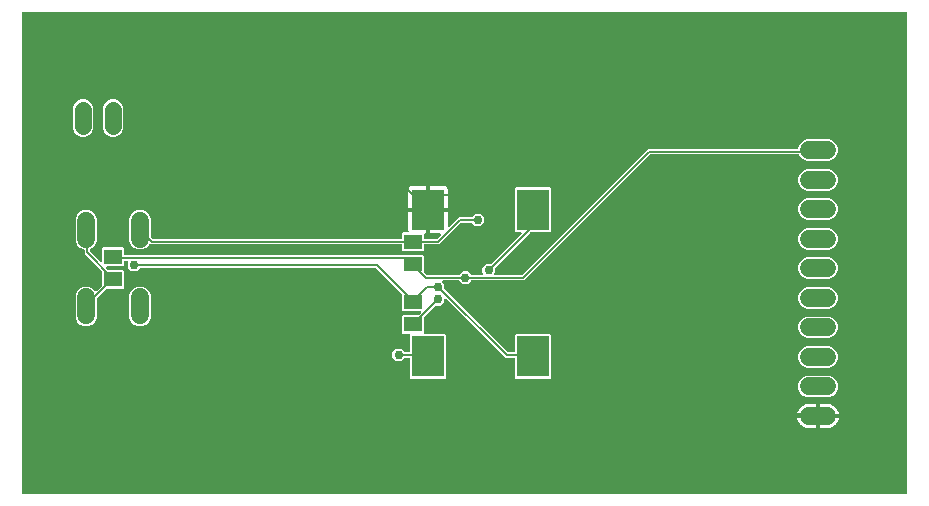
<source format=gbr>
G04 EAGLE Gerber RS-274X export*
G75*
%MOMM*%
%FSLAX34Y34*%
%LPD*%
%INBottom Copper*%
%IPPOS*%
%AMOC8*
5,1,8,0,0,1.08239X$1,22.5*%
G01*
%ADD10R,2.800000X3.500000*%
%ADD11R,1.500000X1.300000*%
%ADD12C,1.422400*%
%ADD13C,1.524000*%
%ADD14C,0.152400*%
%ADD15C,0.756400*%

G36*
X874798Y240542D02*
X874798Y240542D01*
X874817Y240540D01*
X874919Y240562D01*
X875021Y240579D01*
X875038Y240588D01*
X875058Y240592D01*
X875147Y240645D01*
X875238Y240694D01*
X875252Y240708D01*
X875269Y240718D01*
X875336Y240797D01*
X875408Y240872D01*
X875416Y240890D01*
X875429Y240905D01*
X875468Y241001D01*
X875511Y241095D01*
X875513Y241115D01*
X875521Y241133D01*
X875539Y241300D01*
X875539Y647700D01*
X875536Y647720D01*
X875538Y647739D01*
X875516Y647841D01*
X875500Y647943D01*
X875490Y647960D01*
X875486Y647980D01*
X875433Y648069D01*
X875384Y648160D01*
X875370Y648174D01*
X875360Y648191D01*
X875281Y648258D01*
X875206Y648330D01*
X875188Y648338D01*
X875173Y648351D01*
X875077Y648390D01*
X874983Y648433D01*
X874963Y648435D01*
X874945Y648443D01*
X874778Y648461D01*
X127000Y648461D01*
X126980Y648458D01*
X126961Y648460D01*
X126859Y648438D01*
X126757Y648422D01*
X126740Y648412D01*
X126720Y648408D01*
X126631Y648355D01*
X126540Y648306D01*
X126526Y648292D01*
X126509Y648282D01*
X126442Y648203D01*
X126371Y648128D01*
X126362Y648110D01*
X126349Y648095D01*
X126310Y647999D01*
X126267Y647905D01*
X126265Y647885D01*
X126257Y647867D01*
X126239Y647700D01*
X126239Y241300D01*
X126242Y241280D01*
X126240Y241261D01*
X126262Y241159D01*
X126279Y241057D01*
X126288Y241040D01*
X126292Y241020D01*
X126345Y240931D01*
X126394Y240840D01*
X126408Y240826D01*
X126418Y240809D01*
X126497Y240742D01*
X126572Y240671D01*
X126590Y240662D01*
X126605Y240649D01*
X126701Y240610D01*
X126795Y240567D01*
X126815Y240565D01*
X126833Y240557D01*
X127000Y240539D01*
X874778Y240539D01*
X874798Y240542D01*
G37*
%LPC*%
G36*
X455268Y338075D02*
X455268Y338075D01*
X454375Y338968D01*
X454375Y355092D01*
X454372Y355112D01*
X454374Y355131D01*
X454352Y355233D01*
X454336Y355335D01*
X454326Y355352D01*
X454322Y355372D01*
X454269Y355461D01*
X454220Y355552D01*
X454206Y355566D01*
X454196Y355583D01*
X454117Y355650D01*
X454042Y355722D01*
X454024Y355730D01*
X454009Y355743D01*
X453913Y355782D01*
X453819Y355825D01*
X453799Y355827D01*
X453781Y355835D01*
X453614Y355853D01*
X450541Y355853D01*
X450451Y355839D01*
X450360Y355831D01*
X450331Y355819D01*
X450299Y355814D01*
X450218Y355771D01*
X450134Y355735D01*
X450102Y355709D01*
X450081Y355698D01*
X450059Y355675D01*
X450003Y355630D01*
X447206Y352833D01*
X442810Y352833D01*
X439701Y355942D01*
X439701Y360338D01*
X442810Y363447D01*
X447206Y363447D01*
X450003Y360650D01*
X450077Y360597D01*
X450147Y360537D01*
X450177Y360525D01*
X450203Y360506D01*
X450290Y360479D01*
X450375Y360445D01*
X450416Y360441D01*
X450438Y360434D01*
X450470Y360435D01*
X450541Y360427D01*
X453614Y360427D01*
X453634Y360430D01*
X453653Y360428D01*
X453755Y360450D01*
X453857Y360466D01*
X453874Y360476D01*
X453894Y360480D01*
X453983Y360533D01*
X454074Y360582D01*
X454088Y360596D01*
X454105Y360606D01*
X454172Y360685D01*
X454244Y360760D01*
X454252Y360778D01*
X454265Y360793D01*
X454304Y360889D01*
X454347Y360983D01*
X454349Y361003D01*
X454357Y361021D01*
X454375Y361188D01*
X454375Y375414D01*
X454372Y375434D01*
X454374Y375453D01*
X454352Y375555D01*
X454336Y375657D01*
X454326Y375674D01*
X454322Y375694D01*
X454269Y375783D01*
X454220Y375874D01*
X454206Y375888D01*
X454196Y375905D01*
X454117Y375972D01*
X454042Y376044D01*
X454024Y376052D01*
X454009Y376065D01*
X453913Y376104D01*
X453819Y376147D01*
X453799Y376149D01*
X453781Y376157D01*
X453614Y376175D01*
X449068Y376175D01*
X448175Y377068D01*
X448175Y391332D01*
X449068Y392225D01*
X461827Y392225D01*
X461918Y392239D01*
X462008Y392247D01*
X462038Y392259D01*
X462070Y392264D01*
X462151Y392307D01*
X462235Y392343D01*
X462267Y392369D01*
X462288Y392380D01*
X462310Y392403D01*
X462366Y392448D01*
X463794Y393876D01*
X463836Y393934D01*
X463885Y393986D01*
X463907Y394033D01*
X463937Y394075D01*
X463958Y394144D01*
X463989Y394209D01*
X463994Y394261D01*
X464010Y394311D01*
X464008Y394382D01*
X464016Y394453D01*
X464005Y394504D01*
X464003Y394556D01*
X463979Y394624D01*
X463964Y394694D01*
X463937Y394739D01*
X463919Y394787D01*
X463874Y394843D01*
X463837Y394905D01*
X463798Y394939D01*
X463765Y394979D01*
X463705Y395018D01*
X463650Y395065D01*
X463602Y395084D01*
X463558Y395112D01*
X463489Y395130D01*
X463422Y395157D01*
X463351Y395165D01*
X463320Y395173D01*
X463296Y395171D01*
X463256Y395175D01*
X449068Y395175D01*
X448175Y396068D01*
X448175Y409335D01*
X448161Y409426D01*
X448153Y409516D01*
X448141Y409546D01*
X448136Y409578D01*
X448093Y409659D01*
X448057Y409743D01*
X448031Y409775D01*
X448020Y409796D01*
X447997Y409818D01*
X447952Y409874D01*
X425996Y431830D01*
X425922Y431883D01*
X425852Y431943D01*
X425822Y431955D01*
X425796Y431974D01*
X425709Y432001D01*
X425624Y432035D01*
X425583Y432039D01*
X425561Y432046D01*
X425529Y432045D01*
X425457Y432053D01*
X226513Y432053D01*
X226423Y432039D01*
X226332Y432031D01*
X226303Y432019D01*
X226271Y432014D01*
X226190Y431971D01*
X226106Y431935D01*
X226074Y431909D01*
X226053Y431898D01*
X226031Y431875D01*
X225975Y431830D01*
X223178Y429033D01*
X218782Y429033D01*
X215673Y432142D01*
X215673Y436538D01*
X215985Y436850D01*
X216027Y436908D01*
X216076Y436960D01*
X216098Y437007D01*
X216128Y437049D01*
X216150Y437118D01*
X216180Y437183D01*
X216185Y437235D01*
X216201Y437285D01*
X216199Y437356D01*
X216207Y437427D01*
X216196Y437478D01*
X216194Y437530D01*
X216170Y437598D01*
X216155Y437668D01*
X216128Y437713D01*
X216110Y437761D01*
X216065Y437817D01*
X216028Y437879D01*
X215989Y437913D01*
X215956Y437953D01*
X215896Y437992D01*
X215841Y438039D01*
X215793Y438058D01*
X215749Y438086D01*
X215680Y438104D01*
X215613Y438131D01*
X215542Y438139D01*
X215511Y438147D01*
X215488Y438145D01*
X215447Y438149D01*
X212986Y438149D01*
X212966Y438146D01*
X212947Y438148D01*
X212845Y438126D01*
X212743Y438110D01*
X212726Y438100D01*
X212706Y438096D01*
X212617Y438043D01*
X212526Y437994D01*
X212512Y437980D01*
X212495Y437970D01*
X212428Y437891D01*
X212356Y437816D01*
X212348Y437798D01*
X212335Y437783D01*
X212296Y437687D01*
X212253Y437593D01*
X212251Y437573D01*
X212243Y437555D01*
X212225Y437388D01*
X212225Y434168D01*
X211332Y433275D01*
X198160Y433275D01*
X198090Y433264D01*
X198018Y433262D01*
X197969Y433244D01*
X197918Y433236D01*
X197854Y433202D01*
X197787Y433177D01*
X197746Y433145D01*
X197700Y433120D01*
X197651Y433068D01*
X197595Y433024D01*
X197567Y432980D01*
X197531Y432942D01*
X197501Y432877D01*
X197462Y432817D01*
X197449Y432766D01*
X197427Y432719D01*
X197419Y432648D01*
X197402Y432578D01*
X197406Y432526D01*
X197400Y432475D01*
X197415Y432404D01*
X197421Y432333D01*
X197441Y432285D01*
X197452Y432234D01*
X197489Y432173D01*
X197517Y432107D01*
X197562Y432051D01*
X197579Y432023D01*
X197596Y432008D01*
X197622Y431976D01*
X199050Y430548D01*
X199124Y430495D01*
X199194Y430435D01*
X199224Y430423D01*
X199250Y430404D01*
X199337Y430377D01*
X199422Y430343D01*
X199463Y430339D01*
X199485Y430332D01*
X199517Y430333D01*
X199589Y430325D01*
X211332Y430325D01*
X212225Y429432D01*
X212225Y415168D01*
X211332Y414275D01*
X198369Y414275D01*
X198278Y414261D01*
X198188Y414253D01*
X198158Y414241D01*
X198126Y414236D01*
X198045Y414193D01*
X197961Y414157D01*
X197929Y414131D01*
X197908Y414120D01*
X197886Y414097D01*
X197830Y414052D01*
X189962Y406184D01*
X189909Y406110D01*
X189849Y406040D01*
X189837Y406010D01*
X189818Y405984D01*
X189791Y405897D01*
X189757Y405812D01*
X189753Y405771D01*
X189746Y405749D01*
X189747Y405717D01*
X189739Y405645D01*
X189739Y389849D01*
X188347Y386488D01*
X185774Y383915D01*
X182413Y382523D01*
X178775Y382523D01*
X175414Y383915D01*
X172841Y386488D01*
X171449Y389849D01*
X171449Y408727D01*
X172841Y412088D01*
X175414Y414661D01*
X178775Y416053D01*
X182413Y416053D01*
X185774Y414661D01*
X188334Y412101D01*
X188350Y412089D01*
X188363Y412073D01*
X188450Y412017D01*
X188534Y411957D01*
X188553Y411951D01*
X188570Y411940D01*
X188670Y411915D01*
X188769Y411885D01*
X188789Y411885D01*
X188808Y411880D01*
X188911Y411888D01*
X189015Y411891D01*
X189034Y411898D01*
X189053Y411899D01*
X189148Y411940D01*
X189246Y411975D01*
X189261Y411988D01*
X189280Y411996D01*
X189411Y412101D01*
X193952Y416642D01*
X193999Y416707D01*
X194012Y416721D01*
X194015Y416727D01*
X194065Y416786D01*
X194077Y416816D01*
X194096Y416842D01*
X194123Y416929D01*
X194157Y417014D01*
X194161Y417055D01*
X194168Y417077D01*
X194167Y417109D01*
X194175Y417181D01*
X194175Y428639D01*
X194161Y428730D01*
X194153Y428820D01*
X194141Y428850D01*
X194136Y428882D01*
X194093Y428963D01*
X194057Y429047D01*
X194031Y429079D01*
X194020Y429100D01*
X193997Y429122D01*
X193952Y429178D01*
X179069Y444061D01*
X179069Y446917D01*
X179050Y447032D01*
X179033Y447148D01*
X179031Y447153D01*
X179030Y447159D01*
X178975Y447262D01*
X178922Y447367D01*
X178917Y447371D01*
X178914Y447377D01*
X178830Y447457D01*
X178746Y447539D01*
X178740Y447543D01*
X178736Y447546D01*
X178719Y447554D01*
X178599Y447620D01*
X175414Y448939D01*
X172841Y451512D01*
X171449Y454873D01*
X171449Y473751D01*
X172841Y477112D01*
X175414Y479685D01*
X178775Y481077D01*
X182413Y481077D01*
X185774Y479685D01*
X188347Y477112D01*
X189739Y473751D01*
X189739Y454873D01*
X188347Y451512D01*
X185774Y448939D01*
X184113Y448251D01*
X184013Y448190D01*
X183913Y448130D01*
X183909Y448125D01*
X183904Y448122D01*
X183829Y448032D01*
X183753Y447943D01*
X183751Y447937D01*
X183747Y447932D01*
X183705Y447824D01*
X183661Y447715D01*
X183660Y447707D01*
X183659Y447703D01*
X183658Y447684D01*
X183643Y447548D01*
X183643Y446271D01*
X183657Y446180D01*
X183665Y446090D01*
X183677Y446060D01*
X183682Y446028D01*
X183725Y445947D01*
X183761Y445863D01*
X183787Y445831D01*
X183798Y445810D01*
X183821Y445788D01*
X183866Y445732D01*
X192876Y436722D01*
X192934Y436680D01*
X192986Y436631D01*
X193033Y436609D01*
X193075Y436579D01*
X193144Y436558D01*
X193209Y436527D01*
X193261Y436522D01*
X193311Y436506D01*
X193382Y436508D01*
X193453Y436500D01*
X193504Y436511D01*
X193556Y436513D01*
X193624Y436537D01*
X193694Y436552D01*
X193739Y436579D01*
X193787Y436597D01*
X193843Y436642D01*
X193905Y436679D01*
X193939Y436718D01*
X193979Y436751D01*
X194018Y436811D01*
X194065Y436866D01*
X194084Y436914D01*
X194112Y436958D01*
X194130Y437027D01*
X194157Y437094D01*
X194165Y437165D01*
X194173Y437196D01*
X194171Y437220D01*
X194175Y437260D01*
X194175Y448432D01*
X195068Y449325D01*
X211332Y449325D01*
X212225Y448432D01*
X212225Y443484D01*
X212228Y443464D01*
X212226Y443445D01*
X212248Y443343D01*
X212264Y443241D01*
X212274Y443224D01*
X212278Y443204D01*
X212331Y443115D01*
X212380Y443024D01*
X212394Y443010D01*
X212404Y442993D01*
X212483Y442926D01*
X212558Y442854D01*
X212576Y442846D01*
X212591Y442833D01*
X212687Y442794D01*
X212781Y442751D01*
X212801Y442749D01*
X212819Y442741D01*
X212986Y442723D01*
X448451Y442723D01*
X448541Y442737D01*
X448632Y442745D01*
X448662Y442757D01*
X448694Y442762D01*
X448775Y442805D01*
X448858Y442841D01*
X448891Y442867D01*
X448911Y442878D01*
X448933Y442901D01*
X448989Y442946D01*
X449068Y443025D01*
X465332Y443025D01*
X466225Y442132D01*
X466225Y428864D01*
X466239Y428774D01*
X466247Y428683D01*
X466259Y428654D01*
X466264Y428622D01*
X466307Y428541D01*
X466343Y428457D01*
X466369Y428425D01*
X466380Y428404D01*
X466403Y428382D01*
X466448Y428326D01*
X468592Y426182D01*
X468666Y426129D01*
X468736Y426069D01*
X468766Y426057D01*
X468792Y426038D01*
X468879Y426011D01*
X468964Y425977D01*
X469005Y425973D01*
X469027Y425966D01*
X469059Y425967D01*
X469130Y425959D01*
X495863Y425959D01*
X495953Y425973D01*
X496044Y425981D01*
X496073Y425993D01*
X496105Y425998D01*
X496186Y426041D01*
X496270Y426077D01*
X496302Y426103D01*
X496323Y426114D01*
X496345Y426137D01*
X496401Y426182D01*
X499198Y428979D01*
X503594Y428979D01*
X506391Y426182D01*
X506465Y426129D01*
X506535Y426069D01*
X506565Y426057D01*
X506591Y426038D01*
X506678Y426011D01*
X506763Y425977D01*
X506804Y425973D01*
X506826Y425966D01*
X506858Y425967D01*
X506929Y425959D01*
X515675Y425959D01*
X515745Y425970D01*
X515817Y425972D01*
X515866Y425990D01*
X515917Y425998D01*
X515981Y426032D01*
X516048Y426057D01*
X516089Y426089D01*
X516135Y426114D01*
X516184Y426166D01*
X516240Y426210D01*
X516268Y426254D01*
X516304Y426292D01*
X516334Y426357D01*
X516373Y426417D01*
X516386Y426468D01*
X516408Y426515D01*
X516416Y426586D01*
X516433Y426656D01*
X516429Y426708D01*
X516435Y426759D01*
X516420Y426830D01*
X516414Y426901D01*
X516394Y426949D01*
X516383Y427000D01*
X516346Y427061D01*
X516318Y427127D01*
X516273Y427183D01*
X516256Y427211D01*
X516239Y427226D01*
X516213Y427258D01*
X515901Y427570D01*
X515901Y431966D01*
X519010Y435075D01*
X522965Y435075D01*
X523056Y435089D01*
X523146Y435097D01*
X523176Y435109D01*
X523208Y435114D01*
X523289Y435157D01*
X523373Y435193D01*
X523405Y435219D01*
X523426Y435230D01*
X523448Y435253D01*
X523504Y435298D01*
X548982Y460776D01*
X549024Y460834D01*
X549073Y460886D01*
X549095Y460933D01*
X549125Y460975D01*
X549146Y461044D01*
X549177Y461109D01*
X549182Y461161D01*
X549198Y461211D01*
X549196Y461282D01*
X549204Y461353D01*
X549193Y461404D01*
X549191Y461456D01*
X549167Y461524D01*
X549152Y461594D01*
X549125Y461639D01*
X549107Y461687D01*
X549062Y461743D01*
X549025Y461805D01*
X548986Y461839D01*
X548953Y461879D01*
X548893Y461918D01*
X548838Y461965D01*
X548790Y461984D01*
X548746Y462012D01*
X548677Y462030D01*
X548610Y462057D01*
X548539Y462065D01*
X548508Y462073D01*
X548484Y462071D01*
X548444Y462075D01*
X544168Y462075D01*
X543275Y462968D01*
X543275Y499232D01*
X544168Y500125D01*
X573432Y500125D01*
X574325Y499232D01*
X574325Y462968D01*
X573432Y462075D01*
X557065Y462075D01*
X556974Y462061D01*
X556884Y462053D01*
X556854Y462041D01*
X556822Y462036D01*
X556741Y461993D01*
X556657Y461957D01*
X556625Y461931D01*
X556604Y461920D01*
X556593Y461908D01*
X556592Y461908D01*
X556580Y461895D01*
X556526Y461852D01*
X526738Y432064D01*
X526685Y431990D01*
X526625Y431920D01*
X526613Y431890D01*
X526594Y431864D01*
X526567Y431777D01*
X526533Y431692D01*
X526529Y431651D01*
X526522Y431629D01*
X526523Y431597D01*
X526515Y431525D01*
X526515Y427570D01*
X526203Y427258D01*
X526161Y427200D01*
X526112Y427148D01*
X526090Y427101D01*
X526060Y427059D01*
X526038Y426990D01*
X526008Y426925D01*
X526003Y426873D01*
X525987Y426823D01*
X525989Y426752D01*
X525981Y426681D01*
X525992Y426630D01*
X525994Y426578D01*
X526018Y426510D01*
X526033Y426440D01*
X526060Y426395D01*
X526078Y426347D01*
X526123Y426291D01*
X526160Y426229D01*
X526199Y426195D01*
X526232Y426155D01*
X526292Y426116D01*
X526347Y426069D01*
X526395Y426050D01*
X526439Y426022D01*
X526508Y426004D01*
X526575Y425977D01*
X526646Y425969D01*
X526677Y425961D01*
X526700Y425963D01*
X526741Y425959D01*
X548901Y425959D01*
X548992Y425973D01*
X549082Y425981D01*
X549112Y425993D01*
X549144Y425998D01*
X549225Y426041D01*
X549309Y426077D01*
X549341Y426103D01*
X549362Y426114D01*
X549384Y426137D01*
X549440Y426182D01*
X655897Y532639D01*
X782574Y532639D01*
X782594Y532642D01*
X782613Y532640D01*
X782715Y532662D01*
X782817Y532678D01*
X782834Y532688D01*
X782854Y532692D01*
X782943Y532745D01*
X783034Y532794D01*
X783048Y532808D01*
X783065Y532818D01*
X783132Y532897D01*
X783204Y532972D01*
X783212Y532990D01*
X783225Y533005D01*
X783264Y533101D01*
X783307Y533195D01*
X783309Y533215D01*
X783317Y533233D01*
X783335Y533400D01*
X783335Y533419D01*
X784727Y536780D01*
X787300Y539353D01*
X790661Y540745D01*
X809539Y540745D01*
X812900Y539353D01*
X815473Y536780D01*
X816865Y533419D01*
X816865Y529781D01*
X815473Y526420D01*
X812900Y523847D01*
X809539Y522455D01*
X790661Y522455D01*
X787300Y523847D01*
X784727Y526420D01*
X784241Y527595D01*
X784179Y527695D01*
X784119Y527795D01*
X784114Y527799D01*
X784111Y527804D01*
X784021Y527879D01*
X783932Y527955D01*
X783926Y527957D01*
X783922Y527961D01*
X783813Y528003D01*
X783704Y528047D01*
X783696Y528048D01*
X783692Y528049D01*
X783674Y528050D01*
X783537Y528065D01*
X658107Y528065D01*
X658016Y528051D01*
X657926Y528043D01*
X657896Y528031D01*
X657864Y528026D01*
X657783Y527983D01*
X657699Y527947D01*
X657667Y527921D01*
X657646Y527910D01*
X657624Y527887D01*
X657568Y527842D01*
X551111Y421385D01*
X506929Y421385D01*
X506839Y421371D01*
X506748Y421363D01*
X506719Y421351D01*
X506687Y421346D01*
X506606Y421303D01*
X506522Y421267D01*
X506490Y421241D01*
X506469Y421230D01*
X506447Y421207D01*
X506391Y421162D01*
X503594Y418365D01*
X499198Y418365D01*
X496401Y421162D01*
X496327Y421215D01*
X496257Y421275D01*
X496227Y421287D01*
X496201Y421306D01*
X496114Y421333D01*
X496029Y421367D01*
X495988Y421371D01*
X495966Y421378D01*
X495934Y421377D01*
X495863Y421385D01*
X482545Y421385D01*
X482475Y421374D01*
X482403Y421372D01*
X482354Y421354D01*
X482303Y421346D01*
X482239Y421312D01*
X482172Y421287D01*
X482131Y421255D01*
X482085Y421230D01*
X482036Y421178D01*
X481980Y421134D01*
X481952Y421090D01*
X481916Y421052D01*
X481886Y420987D01*
X481847Y420927D01*
X481834Y420876D01*
X481812Y420829D01*
X481804Y420758D01*
X481787Y420688D01*
X481791Y420636D01*
X481785Y420585D01*
X481800Y420514D01*
X481806Y420443D01*
X481826Y420395D01*
X481837Y420344D01*
X481874Y420283D01*
X481902Y420217D01*
X481947Y420161D01*
X481964Y420133D01*
X481981Y420118D01*
X482007Y420086D01*
X483843Y418250D01*
X483843Y414295D01*
X483857Y414204D01*
X483865Y414114D01*
X483877Y414084D01*
X483882Y414052D01*
X483925Y413971D01*
X483961Y413887D01*
X483987Y413855D01*
X483998Y413834D01*
X484021Y413812D01*
X484066Y413756D01*
X537172Y360650D01*
X537246Y360597D01*
X537316Y360537D01*
X537346Y360525D01*
X537372Y360506D01*
X537459Y360479D01*
X537544Y360445D01*
X537585Y360441D01*
X537607Y360434D01*
X537639Y360435D01*
X537711Y360427D01*
X542514Y360427D01*
X542534Y360430D01*
X542553Y360428D01*
X542655Y360450D01*
X542757Y360466D01*
X542774Y360476D01*
X542794Y360480D01*
X542883Y360533D01*
X542974Y360582D01*
X542988Y360596D01*
X543005Y360606D01*
X543072Y360685D01*
X543144Y360760D01*
X543152Y360778D01*
X543165Y360793D01*
X543204Y360889D01*
X543247Y360983D01*
X543249Y361003D01*
X543257Y361021D01*
X543275Y361188D01*
X543275Y375232D01*
X544168Y376125D01*
X573432Y376125D01*
X574325Y375232D01*
X574325Y338968D01*
X573432Y338075D01*
X544168Y338075D01*
X543275Y338968D01*
X543275Y355092D01*
X543272Y355112D01*
X543274Y355131D01*
X543252Y355233D01*
X543236Y355335D01*
X543226Y355352D01*
X543222Y355372D01*
X543169Y355461D01*
X543120Y355552D01*
X543106Y355566D01*
X543096Y355583D01*
X543017Y355650D01*
X542942Y355722D01*
X542924Y355730D01*
X542909Y355743D01*
X542813Y355782D01*
X542719Y355825D01*
X542699Y355827D01*
X542681Y355835D01*
X542514Y355853D01*
X535501Y355853D01*
X485142Y406212D01*
X485084Y406254D01*
X485032Y406303D01*
X484985Y406325D01*
X484943Y406355D01*
X484874Y406376D01*
X484809Y406407D01*
X484757Y406412D01*
X484707Y406428D01*
X484636Y406426D01*
X484565Y406434D01*
X484514Y406423D01*
X484462Y406421D01*
X484394Y406397D01*
X484324Y406382D01*
X484279Y406355D01*
X484231Y406337D01*
X484175Y406292D01*
X484113Y406255D01*
X484079Y406216D01*
X484039Y406183D01*
X484000Y406123D01*
X483953Y406068D01*
X483934Y406020D01*
X483906Y405976D01*
X483888Y405907D01*
X483861Y405840D01*
X483853Y405769D01*
X483845Y405738D01*
X483847Y405714D01*
X483843Y405674D01*
X483843Y403186D01*
X480734Y400077D01*
X476779Y400077D01*
X476688Y400063D01*
X476598Y400055D01*
X476568Y400043D01*
X476536Y400038D01*
X476455Y399995D01*
X476371Y399959D01*
X476339Y399933D01*
X476318Y399922D01*
X476296Y399899D01*
X476240Y399854D01*
X466448Y390062D01*
X466395Y389988D01*
X466335Y389918D01*
X466323Y389888D01*
X466304Y389862D01*
X466277Y389775D01*
X466243Y389690D01*
X466239Y389649D01*
X466232Y389627D01*
X466233Y389595D01*
X466225Y389523D01*
X466225Y376886D01*
X466228Y376866D01*
X466226Y376847D01*
X466248Y376745D01*
X466264Y376643D01*
X466274Y376626D01*
X466278Y376606D01*
X466331Y376517D01*
X466380Y376426D01*
X466394Y376412D01*
X466404Y376395D01*
X466483Y376328D01*
X466558Y376256D01*
X466576Y376248D01*
X466591Y376235D01*
X466687Y376196D01*
X466781Y376153D01*
X466801Y376151D01*
X466819Y376143D01*
X466986Y376125D01*
X484532Y376125D01*
X485425Y375232D01*
X485425Y338968D01*
X484532Y338075D01*
X455268Y338075D01*
G37*
%LPD*%
%LPC*%
G36*
X449068Y445975D02*
X449068Y445975D01*
X448175Y446868D01*
X448175Y451104D01*
X448172Y451124D01*
X448174Y451143D01*
X448152Y451245D01*
X448136Y451347D01*
X448126Y451364D01*
X448122Y451384D01*
X448069Y451473D01*
X448020Y451564D01*
X448006Y451578D01*
X447996Y451595D01*
X447917Y451662D01*
X447842Y451734D01*
X447824Y451742D01*
X447809Y451755D01*
X447713Y451794D01*
X447619Y451837D01*
X447599Y451839D01*
X447581Y451847D01*
X447414Y451865D01*
X235273Y451865D01*
X234970Y452168D01*
X234932Y452195D01*
X234901Y452229D01*
X234833Y452266D01*
X234770Y452312D01*
X234726Y452325D01*
X234686Y452348D01*
X234609Y452361D01*
X234535Y452384D01*
X234489Y452383D01*
X234444Y452391D01*
X234367Y452380D01*
X234289Y452378D01*
X234246Y452362D01*
X234200Y452355D01*
X234131Y452320D01*
X234058Y452293D01*
X234022Y452265D01*
X233981Y452244D01*
X233927Y452188D01*
X233866Y452140D01*
X233841Y452101D01*
X233809Y452068D01*
X233743Y451948D01*
X233733Y451933D01*
X233732Y451928D01*
X233728Y451921D01*
X233559Y451512D01*
X230986Y448939D01*
X227625Y447547D01*
X223987Y447547D01*
X220626Y448939D01*
X218053Y451512D01*
X216661Y454873D01*
X216661Y473751D01*
X218053Y477112D01*
X220626Y479685D01*
X223987Y481077D01*
X227625Y481077D01*
X230986Y479685D01*
X233559Y477112D01*
X234951Y473751D01*
X234951Y458971D01*
X234965Y458880D01*
X234973Y458790D01*
X234985Y458760D01*
X234990Y458728D01*
X235033Y458647D01*
X235069Y458563D01*
X235095Y458531D01*
X235106Y458510D01*
X235129Y458488D01*
X235174Y458432D01*
X236944Y456662D01*
X237018Y456609D01*
X237088Y456549D01*
X237118Y456537D01*
X237144Y456518D01*
X237231Y456491D01*
X237316Y456457D01*
X237357Y456453D01*
X237379Y456446D01*
X237411Y456447D01*
X237483Y456439D01*
X447414Y456439D01*
X447434Y456442D01*
X447453Y456440D01*
X447555Y456462D01*
X447657Y456478D01*
X447674Y456488D01*
X447694Y456492D01*
X447783Y456545D01*
X447874Y456594D01*
X447888Y456608D01*
X447905Y456618D01*
X447972Y456697D01*
X448044Y456772D01*
X448052Y456790D01*
X448065Y456805D01*
X448104Y456901D01*
X448147Y456995D01*
X448149Y457015D01*
X448157Y457033D01*
X448175Y457200D01*
X448175Y461132D01*
X449068Y462025D01*
X452700Y462025D01*
X452816Y462044D01*
X452935Y462062D01*
X452938Y462064D01*
X452942Y462064D01*
X453047Y462120D01*
X453153Y462175D01*
X453156Y462178D01*
X453160Y462180D01*
X453241Y462265D01*
X453325Y462351D01*
X453326Y462355D01*
X453329Y462358D01*
X453379Y462465D01*
X453431Y462573D01*
X453431Y462577D01*
X453433Y462581D01*
X453446Y462699D01*
X453460Y462817D01*
X453460Y462822D01*
X453460Y462825D01*
X453457Y462839D01*
X453435Y462983D01*
X453359Y463266D01*
X453359Y479577D01*
X468377Y479577D01*
X468377Y461059D01*
X466986Y461059D01*
X466966Y461056D01*
X466947Y461058D01*
X466845Y461036D01*
X466743Y461020D01*
X466726Y461010D01*
X466706Y461006D01*
X466617Y460953D01*
X466526Y460904D01*
X466512Y460890D01*
X466495Y460880D01*
X466428Y460801D01*
X466356Y460726D01*
X466348Y460708D01*
X466335Y460693D01*
X466296Y460597D01*
X466253Y460503D01*
X466251Y460483D01*
X466243Y460465D01*
X466225Y460298D01*
X466225Y457200D01*
X466228Y457180D01*
X466226Y457161D01*
X466248Y457059D01*
X466264Y456957D01*
X466274Y456940D01*
X466278Y456920D01*
X466331Y456831D01*
X466380Y456740D01*
X466394Y456726D01*
X466404Y456709D01*
X466483Y456642D01*
X466558Y456570D01*
X466576Y456562D01*
X466591Y456549D01*
X466687Y456510D01*
X466781Y456467D01*
X466801Y456465D01*
X466819Y456457D01*
X466986Y456439D01*
X477273Y456439D01*
X477364Y456453D01*
X477454Y456461D01*
X477484Y456473D01*
X477516Y456478D01*
X477597Y456521D01*
X477681Y456557D01*
X477713Y456583D01*
X477734Y456594D01*
X477756Y456617D01*
X477812Y456662D01*
X480910Y459760D01*
X480952Y459818D01*
X481001Y459870D01*
X481023Y459917D01*
X481053Y459959D01*
X481074Y460028D01*
X481105Y460093D01*
X481110Y460145D01*
X481126Y460195D01*
X481124Y460266D01*
X481132Y460337D01*
X481121Y460388D01*
X481119Y460440D01*
X481095Y460508D01*
X481080Y460578D01*
X481053Y460623D01*
X481035Y460671D01*
X480990Y460727D01*
X480953Y460789D01*
X480914Y460823D01*
X480881Y460863D01*
X480821Y460902D01*
X480766Y460949D01*
X480718Y460968D01*
X480674Y460996D01*
X480605Y461014D01*
X480538Y461041D01*
X480467Y461049D01*
X480436Y461057D01*
X480412Y461055D01*
X480372Y461059D01*
X471423Y461059D01*
X471423Y479577D01*
X486441Y479577D01*
X486441Y467128D01*
X486452Y467058D01*
X486454Y466986D01*
X486472Y466937D01*
X486480Y466886D01*
X486514Y466822D01*
X486539Y466755D01*
X486571Y466714D01*
X486596Y466668D01*
X486648Y466619D01*
X486692Y466563D01*
X486736Y466535D01*
X486774Y466499D01*
X486839Y466469D01*
X486899Y466430D01*
X486950Y466417D01*
X486997Y466395D01*
X487068Y466387D01*
X487138Y466370D01*
X487190Y466374D01*
X487241Y466368D01*
X487312Y466383D01*
X487383Y466389D01*
X487431Y466409D01*
X487482Y466420D01*
X487543Y466457D01*
X487609Y466485D01*
X487665Y466530D01*
X487693Y466547D01*
X487708Y466564D01*
X487740Y466590D01*
X495877Y474727D01*
X506531Y474727D01*
X506621Y474741D01*
X506712Y474749D01*
X506741Y474761D01*
X506773Y474766D01*
X506854Y474809D01*
X506938Y474845D01*
X506970Y474871D01*
X506991Y474882D01*
X507013Y474905D01*
X507069Y474950D01*
X509866Y477747D01*
X514262Y477747D01*
X517371Y474638D01*
X517371Y470242D01*
X514262Y467133D01*
X509866Y467133D01*
X507069Y469930D01*
X506995Y469983D01*
X506925Y470043D01*
X506895Y470055D01*
X506869Y470074D01*
X506782Y470101D01*
X506697Y470135D01*
X506656Y470139D01*
X506634Y470146D01*
X506602Y470145D01*
X506531Y470153D01*
X498087Y470153D01*
X497996Y470139D01*
X497906Y470131D01*
X497876Y470119D01*
X497844Y470114D01*
X497763Y470071D01*
X497679Y470035D01*
X497647Y470009D01*
X497626Y469998D01*
X497604Y469975D01*
X497548Y469930D01*
X479483Y451865D01*
X466986Y451865D01*
X466966Y451862D01*
X466947Y451864D01*
X466845Y451842D01*
X466743Y451826D01*
X466726Y451816D01*
X466706Y451812D01*
X466617Y451759D01*
X466526Y451710D01*
X466512Y451696D01*
X466495Y451686D01*
X466428Y451607D01*
X466356Y451532D01*
X466348Y451514D01*
X466335Y451499D01*
X466296Y451403D01*
X466253Y451309D01*
X466251Y451289D01*
X466243Y451271D01*
X466225Y451104D01*
X466225Y446868D01*
X465332Y445975D01*
X449068Y445975D01*
G37*
%LPD*%
%LPC*%
G36*
X790661Y497455D02*
X790661Y497455D01*
X787300Y498847D01*
X784727Y501420D01*
X783335Y504781D01*
X783335Y508419D01*
X784727Y511780D01*
X787300Y514353D01*
X790661Y515745D01*
X809539Y515745D01*
X812900Y514353D01*
X815473Y511780D01*
X816865Y508419D01*
X816865Y504781D01*
X815473Y501420D01*
X812900Y498847D01*
X809539Y497455D01*
X790661Y497455D01*
G37*
%LPD*%
%LPC*%
G36*
X790661Y472455D02*
X790661Y472455D01*
X787300Y473847D01*
X784727Y476420D01*
X783335Y479781D01*
X783335Y483419D01*
X784727Y486780D01*
X787300Y489353D01*
X790661Y490745D01*
X809539Y490745D01*
X812900Y489353D01*
X815473Y486780D01*
X816865Y483419D01*
X816865Y479781D01*
X815473Y476420D01*
X812900Y473847D01*
X809539Y472455D01*
X790661Y472455D01*
G37*
%LPD*%
%LPC*%
G36*
X790661Y447455D02*
X790661Y447455D01*
X787300Y448847D01*
X784727Y451420D01*
X783335Y454781D01*
X783335Y458419D01*
X784727Y461780D01*
X787300Y464353D01*
X790661Y465745D01*
X809539Y465745D01*
X812900Y464353D01*
X815473Y461780D01*
X816865Y458419D01*
X816865Y454781D01*
X815473Y451420D01*
X812900Y448847D01*
X809539Y447455D01*
X790661Y447455D01*
G37*
%LPD*%
%LPC*%
G36*
X790661Y422455D02*
X790661Y422455D01*
X787300Y423847D01*
X784727Y426420D01*
X783335Y429781D01*
X783335Y433419D01*
X784727Y436780D01*
X787300Y439353D01*
X790661Y440745D01*
X809539Y440745D01*
X812900Y439353D01*
X815473Y436780D01*
X816865Y433419D01*
X816865Y429781D01*
X815473Y426420D01*
X812900Y423847D01*
X809539Y422455D01*
X790661Y422455D01*
G37*
%LPD*%
%LPC*%
G36*
X223987Y382523D02*
X223987Y382523D01*
X220626Y383915D01*
X218053Y386488D01*
X216661Y389849D01*
X216661Y408727D01*
X218053Y412088D01*
X220626Y414661D01*
X223987Y416053D01*
X227625Y416053D01*
X230986Y414661D01*
X233559Y412088D01*
X234951Y408727D01*
X234951Y389849D01*
X233559Y386488D01*
X230986Y383915D01*
X227625Y382523D01*
X223987Y382523D01*
G37*
%LPD*%
%LPC*%
G36*
X790661Y397455D02*
X790661Y397455D01*
X787300Y398847D01*
X784727Y401420D01*
X783335Y404781D01*
X783335Y408419D01*
X784727Y411780D01*
X787300Y414353D01*
X790661Y415745D01*
X809539Y415745D01*
X812900Y414353D01*
X815473Y411780D01*
X816865Y408419D01*
X816865Y404781D01*
X815473Y401420D01*
X812900Y398847D01*
X809539Y397455D01*
X790661Y397455D01*
G37*
%LPD*%
%LPC*%
G36*
X790661Y372455D02*
X790661Y372455D01*
X787300Y373847D01*
X784727Y376420D01*
X783335Y379781D01*
X783335Y383419D01*
X784727Y386780D01*
X787300Y389353D01*
X790661Y390745D01*
X809539Y390745D01*
X812900Y389353D01*
X815473Y386780D01*
X816865Y383419D01*
X816865Y379781D01*
X815473Y376420D01*
X812900Y373847D01*
X809539Y372455D01*
X790661Y372455D01*
G37*
%LPD*%
%LPC*%
G36*
X790661Y347455D02*
X790661Y347455D01*
X787300Y348847D01*
X784727Y351420D01*
X783335Y354781D01*
X783335Y358419D01*
X784727Y361780D01*
X787300Y364353D01*
X790661Y365745D01*
X809539Y365745D01*
X812900Y364353D01*
X815473Y361780D01*
X816865Y358419D01*
X816865Y354781D01*
X815473Y351420D01*
X812900Y348847D01*
X809539Y347455D01*
X790661Y347455D01*
G37*
%LPD*%
%LPC*%
G36*
X790661Y322455D02*
X790661Y322455D01*
X787300Y323847D01*
X784727Y326420D01*
X783335Y329781D01*
X783335Y333419D01*
X784727Y336780D01*
X787300Y339353D01*
X790661Y340745D01*
X809539Y340745D01*
X812900Y339353D01*
X815473Y336780D01*
X816865Y333419D01*
X816865Y329781D01*
X815473Y326420D01*
X812900Y323847D01*
X809539Y322455D01*
X790661Y322455D01*
G37*
%LPD*%
%LPC*%
G36*
X201482Y543051D02*
X201482Y543051D01*
X198308Y544366D01*
X195878Y546796D01*
X194563Y549970D01*
X194563Y567630D01*
X195878Y570804D01*
X198308Y573234D01*
X201482Y574549D01*
X204918Y574549D01*
X208092Y573234D01*
X210522Y570804D01*
X211837Y567630D01*
X211837Y549970D01*
X210522Y546796D01*
X208092Y544366D01*
X204918Y543051D01*
X201482Y543051D01*
G37*
%LPD*%
%LPC*%
G36*
X176082Y543051D02*
X176082Y543051D01*
X172908Y544366D01*
X170478Y546796D01*
X169163Y549970D01*
X169163Y567630D01*
X170478Y570804D01*
X172908Y573234D01*
X176082Y574549D01*
X179518Y574549D01*
X182692Y573234D01*
X185122Y570804D01*
X186437Y567630D01*
X186437Y549970D01*
X185122Y546796D01*
X182692Y544366D01*
X179518Y543051D01*
X176082Y543051D01*
G37*
%LPD*%
%LPC*%
G36*
X471423Y482623D02*
X471423Y482623D01*
X471423Y501141D01*
X484234Y501141D01*
X484881Y500968D01*
X485460Y500633D01*
X485933Y500160D01*
X486268Y499581D01*
X486441Y498934D01*
X486441Y482623D01*
X471423Y482623D01*
G37*
%LPD*%
%LPC*%
G36*
X453359Y482623D02*
X453359Y482623D01*
X453359Y498934D01*
X453532Y499581D01*
X453867Y500160D01*
X454340Y500633D01*
X454919Y500968D01*
X455566Y501141D01*
X468377Y501141D01*
X468377Y482623D01*
X453359Y482623D01*
G37*
%LPD*%
%LPC*%
G36*
X801623Y308123D02*
X801623Y308123D01*
X801623Y316761D01*
X808520Y316761D01*
X810099Y316511D01*
X811620Y316016D01*
X813045Y315290D01*
X814339Y314350D01*
X815470Y313219D01*
X816410Y311925D01*
X817136Y310500D01*
X817631Y308979D01*
X817766Y308123D01*
X801623Y308123D01*
G37*
%LPD*%
%LPC*%
G36*
X782434Y308123D02*
X782434Y308123D01*
X782569Y308979D01*
X783064Y310500D01*
X783790Y311925D01*
X784730Y313219D01*
X785861Y314350D01*
X787155Y315290D01*
X788580Y316016D01*
X790101Y316511D01*
X791680Y316761D01*
X798577Y316761D01*
X798577Y308123D01*
X782434Y308123D01*
G37*
%LPD*%
%LPC*%
G36*
X801623Y296439D02*
X801623Y296439D01*
X801623Y305077D01*
X817766Y305077D01*
X817631Y304221D01*
X817136Y302700D01*
X816410Y301275D01*
X815470Y299981D01*
X814339Y298850D01*
X813045Y297910D01*
X811620Y297184D01*
X810099Y296689D01*
X808520Y296439D01*
X801623Y296439D01*
G37*
%LPD*%
%LPC*%
G36*
X791680Y296439D02*
X791680Y296439D01*
X790101Y296689D01*
X788580Y297184D01*
X787155Y297910D01*
X785861Y298850D01*
X784730Y299981D01*
X783790Y301275D01*
X783064Y302700D01*
X782569Y304221D01*
X782434Y305077D01*
X798577Y305077D01*
X798577Y296439D01*
X791680Y296439D01*
G37*
%LPD*%
%LPC*%
G36*
X800099Y306599D02*
X800099Y306599D01*
X800099Y306601D01*
X800101Y306601D01*
X800101Y306599D01*
X800099Y306599D01*
G37*
%LPD*%
%LPC*%
G36*
X469899Y481099D02*
X469899Y481099D01*
X469899Y481101D01*
X469901Y481101D01*
X469901Y481099D01*
X469899Y481099D01*
G37*
%LPD*%
D10*
X469900Y481100D03*
X469900Y357100D03*
X558800Y481100D03*
X558800Y357100D03*
D11*
X457200Y384200D03*
X457200Y403200D03*
X457200Y435000D03*
X457200Y454000D03*
D12*
X203200Y551688D02*
X203200Y565912D01*
X177800Y565912D02*
X177800Y551688D01*
D13*
X792480Y481600D02*
X807720Y481600D01*
X807720Y456600D02*
X792480Y456600D01*
X792480Y356600D02*
X807720Y356600D01*
X807720Y431600D02*
X792480Y431600D01*
X792480Y406600D02*
X807720Y406600D01*
X807720Y381600D02*
X792480Y381600D01*
X792480Y331600D02*
X807720Y331600D01*
X807720Y306600D02*
X792480Y306600D01*
X792480Y506600D02*
X807720Y506600D01*
X807720Y531600D02*
X792480Y531600D01*
D11*
X203200Y422300D03*
X203200Y441300D03*
D13*
X180594Y406908D02*
X180594Y391668D01*
X225806Y391668D02*
X225806Y406908D01*
X180594Y456692D02*
X180594Y471932D01*
X225806Y471932D02*
X225806Y456692D01*
D14*
X364236Y507492D02*
X443484Y507492D01*
X469392Y481584D01*
X469900Y481100D01*
X483108Y493776D02*
X501396Y493776D01*
X483108Y493776D02*
X470916Y481584D01*
X469900Y481100D01*
X711708Y307848D02*
X800100Y307848D01*
X711708Y307848D02*
X577596Y441960D01*
X800100Y307848D02*
X800100Y306600D01*
D15*
X364236Y507492D03*
X501396Y493776D03*
X577596Y441960D03*
D14*
X457200Y454152D02*
X236220Y454152D01*
X227076Y463296D01*
X225806Y464312D01*
X496824Y472440D02*
X512064Y472440D01*
X496824Y472440D02*
X478536Y454152D01*
X457200Y454152D01*
X457200Y454000D01*
X445008Y358140D02*
X469392Y358140D01*
X469900Y357100D01*
D15*
X512064Y472440D03*
X445008Y358140D03*
D14*
X457200Y384048D02*
X478536Y405384D01*
X457200Y384200D02*
X457200Y384048D01*
X521208Y429768D02*
X558800Y467360D01*
X558800Y481100D01*
D15*
X478536Y405384D03*
X521208Y429768D03*
D14*
X478536Y416052D02*
X469392Y416052D01*
X457200Y403860D01*
X426720Y434340D02*
X220980Y434340D01*
X426720Y434340D02*
X457200Y403860D01*
X457200Y403200D01*
X536448Y358140D02*
X558800Y358140D01*
X536448Y358140D02*
X478536Y416052D01*
X558800Y358140D02*
X558800Y357100D01*
D15*
X478536Y416052D03*
X220980Y434340D03*
D14*
X202692Y422148D02*
X179832Y399288D01*
X202692Y422148D02*
X203200Y422300D01*
X180594Y399288D02*
X179832Y399288D01*
X181356Y445008D02*
X181356Y463296D01*
X181356Y445008D02*
X202692Y423672D01*
X181356Y463296D02*
X180594Y464312D01*
X202692Y423672D02*
X203200Y422300D01*
X467868Y423672D02*
X501396Y423672D01*
X467868Y423672D02*
X457200Y434340D01*
X457200Y435000D01*
X452628Y440436D02*
X204216Y440436D01*
X452628Y440436D02*
X457200Y435864D01*
X204216Y440436D02*
X203200Y441300D01*
X457200Y435864D02*
X457200Y435000D01*
X656844Y530352D02*
X800100Y530352D01*
X656844Y530352D02*
X550164Y423672D01*
X501396Y423672D01*
X800100Y530352D02*
X800100Y531600D01*
D15*
X501396Y423672D03*
M02*

</source>
